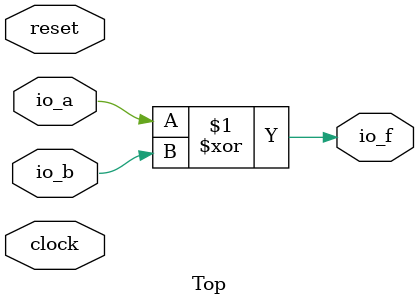
<source format=v>
module Top(
  input   clock,
  input   reset,
  input   io_a,
  input   io_b,
  output  io_f
);
  assign io_f = io_a ^ io_b; // @[example.scala 11:8]
endmodule

</source>
